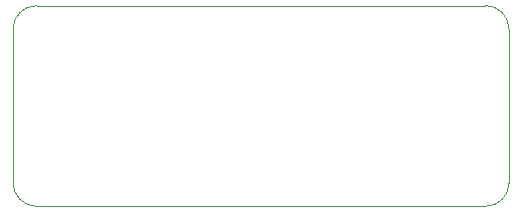
<source format=gm1>
G04 #@! TF.GenerationSoftware,KiCad,Pcbnew,(5.1.4)-1*
G04 #@! TF.CreationDate,2020-04-16T23:28:20+09:00*
G04 #@! TF.ProjectId,solenoid-driver,736f6c65-6e6f-4696-942d-647269766572,rev?*
G04 #@! TF.SameCoordinates,Original*
G04 #@! TF.FileFunction,Profile,NP*
%FSLAX46Y46*%
G04 Gerber Fmt 4.6, Leading zero omitted, Abs format (unit mm)*
G04 Created by KiCad (PCBNEW (5.1.4)-1) date 2020-04-16 23:28:20*
%MOMM*%
%LPD*%
G04 APERTURE LIST*
%ADD10C,0.100000*%
G04 APERTURE END LIST*
D10*
X210000000Y-109000000D02*
G75*
G02X212000000Y-111000000I0J-2000000D01*
G01*
X212000000Y-124000000D02*
G75*
G02X210000000Y-126000000I-2000000J0D01*
G01*
X172000000Y-126000000D02*
G75*
G02X170000000Y-124000000I0J2000000D01*
G01*
X170000000Y-111000000D02*
G75*
G02X172000000Y-109000000I2000000J0D01*
G01*
X210000000Y-109000000D02*
X172000000Y-109000000D01*
X212000000Y-124000000D02*
X212000000Y-111000000D01*
X172000000Y-126000000D02*
X210000000Y-126000000D01*
X170000000Y-111000000D02*
X170000000Y-124000000D01*
M02*

</source>
